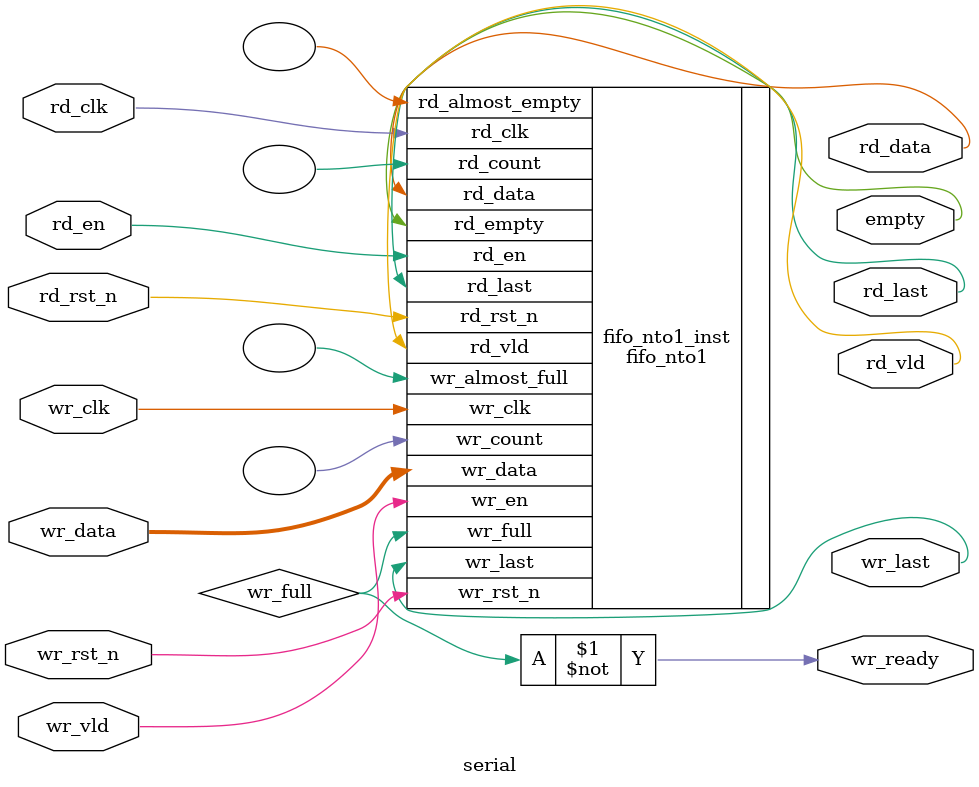
<source format=v>
/**********************************************
______________                ______________
______________ \  /\  /|\  /| ______________
______________  \/  \/ | \/ | ______________
descript:
author : Young
Version:
creaded: 2016/9/8 下午2:07:08
madified:
***********************************************/
`timescale 1ns/1ps
module serial #(
    parameter   SSIZE = 1,
    parameter   CSNUM = 8
)(
    input                   wr_clk,
    input                   wr_rst_n,
    input                   wr_vld,
    input[SSIZE*CSNUM-1:0]  wr_data,
    output                  wr_ready,
    output                  wr_last,
    input                   rd_clk,
    input                   rd_en,
    input                   rd_rst_n,
    output                  rd_vld,
    output[SSIZE-1:0]       rd_data,
    output                  empty,
    output                  rd_last
);

wire    wr_full;

fifo_nto1 #(
	.DSIZE		(SSIZE		),
	.NSIZE		(CSNUM		),
	.DEPTH		(4      ),
	.ALMOST		(1      ),
	.DEF_VALUE	(0      )
)fifo_nto1_inst(
	//--->> WRITE PORT <<-----
/*	input				    */	.wr_clk			(wr_clk		),
/*	input				    */	.wr_rst_n       (wr_rst_n   ),
/*	input				    */	.wr_en          (wr_vld     ),
/*	input [NSIZE*DSIZE-1:0]	*/	.wr_data        (wr_data    ),
/*	output[4:0]			    */	.wr_count       (           ),
/*	output				    */	.wr_full        (wr_full    ),
/*  output                  */  .wr_last        (wr_last    ),
/*	output				    */	.wr_almost_full (           ),
	//--->> READ PORT <<------
/*	input				    */	.rd_clk			(rd_clk		),
/*	input				    */	.rd_rst_n       (rd_rst_n   ),
/*	input				    */	.rd_en          (rd_en      ),
/*	output[DSIZE-1:0]	    */	.rd_data        (rd_data    ),
/*  output                  */  .rd_last        (rd_last    ),
/*	output[4:0]			    */	.rd_count       (           ),
/*	output				    */	.rd_empty       (empty      ),
/*	output				    */	.rd_almost_empty(           ),
/*	output				    */	.rd_vld			(rd_vld   	)
);

assign wr_ready = ~wr_full;

endmodule

</source>
